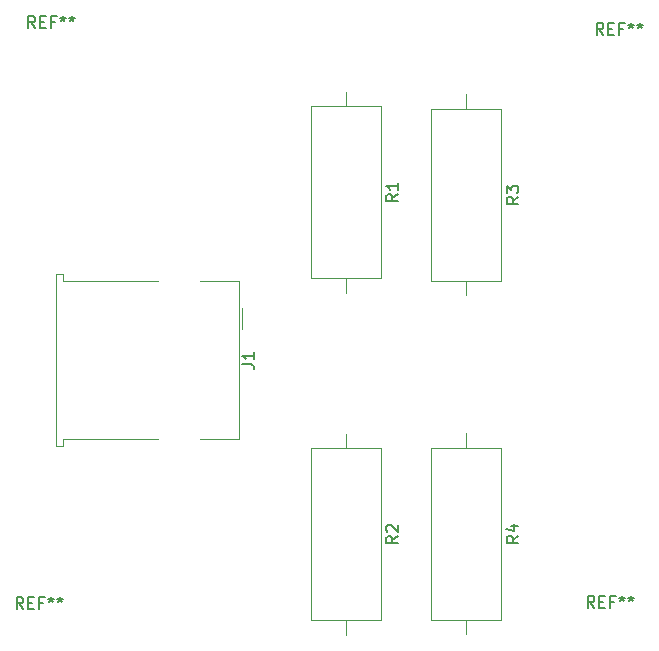
<source format=gto>
%TF.GenerationSoftware,KiCad,Pcbnew,(6.0.7-1)-1*%
%TF.CreationDate,2022-09-01T10:44:34+09:00*%
%TF.ProjectId,Battery,42617474-6572-4792-9e6b-696361645f70,rev?*%
%TF.SameCoordinates,Original*%
%TF.FileFunction,Legend,Top*%
%TF.FilePolarity,Positive*%
%FSLAX46Y46*%
G04 Gerber Fmt 4.6, Leading zero omitted, Abs format (unit mm)*
G04 Created by KiCad (PCBNEW (6.0.7-1)-1) date 2022-09-01 10:44:34*
%MOMM*%
%LPD*%
G01*
G04 APERTURE LIST*
%ADD10C,0.150000*%
%ADD11C,0.120000*%
%ADD12C,5.700000*%
%ADD13C,2.800000*%
%ADD14O,2.800000X2.800000*%
%ADD15R,1.500000X1.600000*%
%ADD16C,1.600000*%
%ADD17C,3.000000*%
G04 APERTURE END LIST*
D10*
%TO.C,REF\u002A\u002A*%
X97128666Y-104896380D02*
X96795333Y-104420190D01*
X96557238Y-104896380D02*
X96557238Y-103896380D01*
X96938190Y-103896380D01*
X97033428Y-103944000D01*
X97081047Y-103991619D01*
X97128666Y-104086857D01*
X97128666Y-104229714D01*
X97081047Y-104324952D01*
X97033428Y-104372571D01*
X96938190Y-104420190D01*
X96557238Y-104420190D01*
X97557238Y-104372571D02*
X97890571Y-104372571D01*
X98033428Y-104896380D02*
X97557238Y-104896380D01*
X97557238Y-103896380D01*
X98033428Y-103896380D01*
X98795333Y-104372571D02*
X98462000Y-104372571D01*
X98462000Y-104896380D02*
X98462000Y-103896380D01*
X98938190Y-103896380D01*
X99462000Y-103896380D02*
X99462000Y-104134476D01*
X99223904Y-104039238D02*
X99462000Y-104134476D01*
X99700095Y-104039238D01*
X99319142Y-104324952D02*
X99462000Y-104134476D01*
X99604857Y-104324952D01*
X100223904Y-103896380D02*
X100223904Y-104134476D01*
X99985809Y-104039238D02*
X100223904Y-104134476D01*
X100462000Y-104039238D01*
X100081047Y-104324952D02*
X100223904Y-104134476D01*
X100366761Y-104324952D01*
X145478666Y-104806380D02*
X145145333Y-104330190D01*
X144907238Y-104806380D02*
X144907238Y-103806380D01*
X145288190Y-103806380D01*
X145383428Y-103854000D01*
X145431047Y-103901619D01*
X145478666Y-103996857D01*
X145478666Y-104139714D01*
X145431047Y-104234952D01*
X145383428Y-104282571D01*
X145288190Y-104330190D01*
X144907238Y-104330190D01*
X145907238Y-104282571D02*
X146240571Y-104282571D01*
X146383428Y-104806380D02*
X145907238Y-104806380D01*
X145907238Y-103806380D01*
X146383428Y-103806380D01*
X147145333Y-104282571D02*
X146812000Y-104282571D01*
X146812000Y-104806380D02*
X146812000Y-103806380D01*
X147288190Y-103806380D01*
X147812000Y-103806380D02*
X147812000Y-104044476D01*
X147573904Y-103949238D02*
X147812000Y-104044476D01*
X148050095Y-103949238D01*
X147669142Y-104234952D02*
X147812000Y-104044476D01*
X147954857Y-104234952D01*
X148573904Y-103806380D02*
X148573904Y-104044476D01*
X148335809Y-103949238D02*
X148573904Y-104044476D01*
X148812000Y-103949238D01*
X148431047Y-104234952D02*
X148573904Y-104044476D01*
X148716761Y-104234952D01*
X146240666Y-56292380D02*
X145907333Y-55816190D01*
X145669238Y-56292380D02*
X145669238Y-55292380D01*
X146050190Y-55292380D01*
X146145428Y-55340000D01*
X146193047Y-55387619D01*
X146240666Y-55482857D01*
X146240666Y-55625714D01*
X146193047Y-55720952D01*
X146145428Y-55768571D01*
X146050190Y-55816190D01*
X145669238Y-55816190D01*
X146669238Y-55768571D02*
X147002571Y-55768571D01*
X147145428Y-56292380D02*
X146669238Y-56292380D01*
X146669238Y-55292380D01*
X147145428Y-55292380D01*
X147907333Y-55768571D02*
X147574000Y-55768571D01*
X147574000Y-56292380D02*
X147574000Y-55292380D01*
X148050190Y-55292380D01*
X148574000Y-55292380D02*
X148574000Y-55530476D01*
X148335904Y-55435238D02*
X148574000Y-55530476D01*
X148812095Y-55435238D01*
X148431142Y-55720952D02*
X148574000Y-55530476D01*
X148716857Y-55720952D01*
X149335904Y-55292380D02*
X149335904Y-55530476D01*
X149097809Y-55435238D02*
X149335904Y-55530476D01*
X149574000Y-55435238D01*
X149193047Y-55720952D02*
X149335904Y-55530476D01*
X149478761Y-55720952D01*
X98128666Y-55730380D02*
X97795333Y-55254190D01*
X97557238Y-55730380D02*
X97557238Y-54730380D01*
X97938190Y-54730380D01*
X98033428Y-54778000D01*
X98081047Y-54825619D01*
X98128666Y-54920857D01*
X98128666Y-55063714D01*
X98081047Y-55158952D01*
X98033428Y-55206571D01*
X97938190Y-55254190D01*
X97557238Y-55254190D01*
X98557238Y-55206571D02*
X98890571Y-55206571D01*
X99033428Y-55730380D02*
X98557238Y-55730380D01*
X98557238Y-54730380D01*
X99033428Y-54730380D01*
X99795333Y-55206571D02*
X99462000Y-55206571D01*
X99462000Y-55730380D02*
X99462000Y-54730380D01*
X99938190Y-54730380D01*
X100462000Y-54730380D02*
X100462000Y-54968476D01*
X100223904Y-54873238D02*
X100462000Y-54968476D01*
X100700095Y-54873238D01*
X100319142Y-55158952D02*
X100462000Y-54968476D01*
X100604857Y-55158952D01*
X101223904Y-54730380D02*
X101223904Y-54968476D01*
X100985809Y-54873238D02*
X101223904Y-54968476D01*
X101462000Y-54873238D01*
X101081047Y-55158952D02*
X101223904Y-54968476D01*
X101366761Y-55158952D01*
%TO.C,R4*%
X139042380Y-98718666D02*
X138566190Y-99052000D01*
X139042380Y-99290095D02*
X138042380Y-99290095D01*
X138042380Y-98909142D01*
X138090000Y-98813904D01*
X138137619Y-98766285D01*
X138232857Y-98718666D01*
X138375714Y-98718666D01*
X138470952Y-98766285D01*
X138518571Y-98813904D01*
X138566190Y-98909142D01*
X138566190Y-99290095D01*
X138375714Y-97861523D02*
X139042380Y-97861523D01*
X137994761Y-98099619D02*
X138709047Y-98337714D01*
X138709047Y-97718666D01*
%TO.C,R3*%
X139042380Y-70016666D02*
X138566190Y-70350000D01*
X139042380Y-70588095D02*
X138042380Y-70588095D01*
X138042380Y-70207142D01*
X138090000Y-70111904D01*
X138137619Y-70064285D01*
X138232857Y-70016666D01*
X138375714Y-70016666D01*
X138470952Y-70064285D01*
X138518571Y-70111904D01*
X138566190Y-70207142D01*
X138566190Y-70588095D01*
X138042380Y-69683333D02*
X138042380Y-69064285D01*
X138423333Y-69397619D01*
X138423333Y-69254761D01*
X138470952Y-69159523D01*
X138518571Y-69111904D01*
X138613809Y-69064285D01*
X138851904Y-69064285D01*
X138947142Y-69111904D01*
X138994761Y-69159523D01*
X139042380Y-69254761D01*
X139042380Y-69540476D01*
X138994761Y-69635714D01*
X138947142Y-69683333D01*
%TO.C,R2*%
X128856380Y-98744666D02*
X128380190Y-99078000D01*
X128856380Y-99316095D02*
X127856380Y-99316095D01*
X127856380Y-98935142D01*
X127904000Y-98839904D01*
X127951619Y-98792285D01*
X128046857Y-98744666D01*
X128189714Y-98744666D01*
X128284952Y-98792285D01*
X128332571Y-98839904D01*
X128380190Y-98935142D01*
X128380190Y-99316095D01*
X127951619Y-98363714D02*
X127904000Y-98316095D01*
X127856380Y-98220857D01*
X127856380Y-97982761D01*
X127904000Y-97887523D01*
X127951619Y-97839904D01*
X128046857Y-97792285D01*
X128142095Y-97792285D01*
X128284952Y-97839904D01*
X128856380Y-98411333D01*
X128856380Y-97792285D01*
%TO.C,R1*%
X128856380Y-69788666D02*
X128380190Y-70122000D01*
X128856380Y-70360095D02*
X127856380Y-70360095D01*
X127856380Y-69979142D01*
X127904000Y-69883904D01*
X127951619Y-69836285D01*
X128046857Y-69788666D01*
X128189714Y-69788666D01*
X128284952Y-69836285D01*
X128332571Y-69883904D01*
X128380190Y-69979142D01*
X128380190Y-70360095D01*
X128856380Y-68836285D02*
X128856380Y-69407714D01*
X128856380Y-69122000D02*
X127856380Y-69122000D01*
X127999238Y-69217238D01*
X128094476Y-69312476D01*
X128142095Y-69407714D01*
%TO.C,J1*%
X115672380Y-84179333D02*
X116386666Y-84179333D01*
X116529523Y-84226952D01*
X116624761Y-84322190D01*
X116672380Y-84465047D01*
X116672380Y-84560285D01*
X116672380Y-83179333D02*
X116672380Y-83750761D01*
X116672380Y-83465047D02*
X115672380Y-83465047D01*
X115815238Y-83560285D01*
X115910476Y-83655523D01*
X115958095Y-83750761D01*
D11*
%TO.C,R4*%
X134620000Y-90032000D02*
X134620000Y-91282000D01*
X137590000Y-105822000D02*
X137590000Y-91282000D01*
X131650000Y-105822000D02*
X137590000Y-105822000D01*
X134620000Y-107072000D02*
X134620000Y-105822000D01*
X137590000Y-91282000D02*
X131650000Y-91282000D01*
X131650000Y-91282000D02*
X131650000Y-105822000D01*
%TO.C,R3*%
X134620000Y-61330000D02*
X134620000Y-62580000D01*
X137590000Y-77120000D02*
X137590000Y-62580000D01*
X131650000Y-77120000D02*
X137590000Y-77120000D01*
X134620000Y-78370000D02*
X134620000Y-77120000D01*
X137590000Y-62580000D02*
X131650000Y-62580000D01*
X131650000Y-62580000D02*
X131650000Y-77120000D01*
%TO.C,R2*%
X124434000Y-90058000D02*
X124434000Y-91308000D01*
X127404000Y-105848000D02*
X127404000Y-91308000D01*
X121464000Y-105848000D02*
X127404000Y-105848000D01*
X124434000Y-107098000D02*
X124434000Y-105848000D01*
X127404000Y-91308000D02*
X121464000Y-91308000D01*
X121464000Y-91308000D02*
X121464000Y-105848000D01*
%TO.C,R1*%
X124434000Y-61102000D02*
X124434000Y-62352000D01*
X127404000Y-76892000D02*
X127404000Y-62352000D01*
X121464000Y-76892000D02*
X127404000Y-76892000D01*
X124434000Y-78142000D02*
X124434000Y-76892000D01*
X127404000Y-62352000D02*
X121464000Y-62352000D01*
X121464000Y-62352000D02*
X121464000Y-76892000D01*
%TO.C,J1*%
X115410000Y-90506000D02*
X112080000Y-90506000D01*
X100450000Y-77186000D02*
X108560000Y-77186000D01*
X115630000Y-79446000D02*
X115630000Y-81246000D01*
X100450000Y-77186000D02*
X100450000Y-76536000D01*
X115410000Y-77186000D02*
X115410000Y-90506000D01*
X99930000Y-91156000D02*
X100450000Y-91156000D01*
X100450000Y-91156000D02*
X100450000Y-90506000D01*
X100450000Y-76536000D02*
X99930000Y-76536000D01*
X108560000Y-90506000D02*
X100450000Y-90506000D01*
X99930000Y-76536000D02*
X99930000Y-91156000D01*
X115410000Y-77186000D02*
X112080000Y-77186000D01*
%TD*%
%LPC*%
D12*
%TO.C,REF\u002A\u002A*%
X98462000Y-108294000D03*
%TD*%
%TO.C,REF\u002A\u002A*%
X146812000Y-108204000D03*
%TD*%
%TO.C,REF\u002A\u002A*%
X147574000Y-59690000D03*
%TD*%
%TO.C,REF\u002A\u002A*%
X99462000Y-59128000D03*
%TD*%
D13*
%TO.C,R4*%
X134620000Y-88392000D03*
D14*
X134620000Y-108712000D03*
%TD*%
D13*
%TO.C,R3*%
X134620000Y-59690000D03*
D14*
X134620000Y-80010000D03*
%TD*%
D13*
%TO.C,R2*%
X124434000Y-88418000D03*
D14*
X124434000Y-108738000D03*
%TD*%
D13*
%TO.C,R1*%
X124434000Y-59462000D03*
D14*
X124434000Y-79782000D03*
%TD*%
D15*
%TO.C,J1*%
X113030000Y-80346000D03*
D16*
X113030000Y-82846000D03*
X113030000Y-84846000D03*
X113030000Y-87346000D03*
D17*
X110320000Y-90416000D03*
X110320000Y-77276000D03*
%TD*%
M02*

</source>
